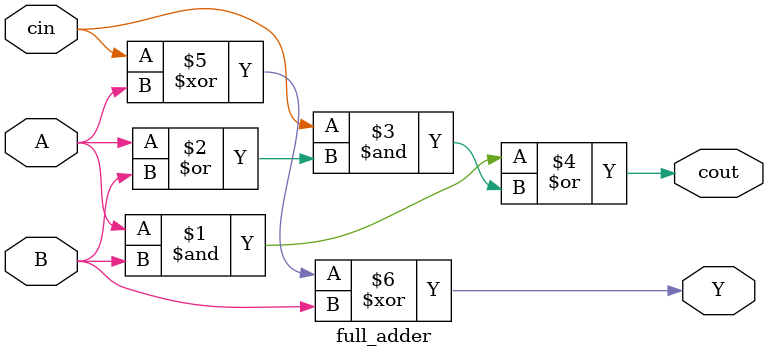
<source format=v>
module full_adder(
    input A, B,cin,
    output Y, cout
);

assign cout = (A&B)|(cin&(A|B));
assign Y = cin^A^B;
endmodule
</source>
